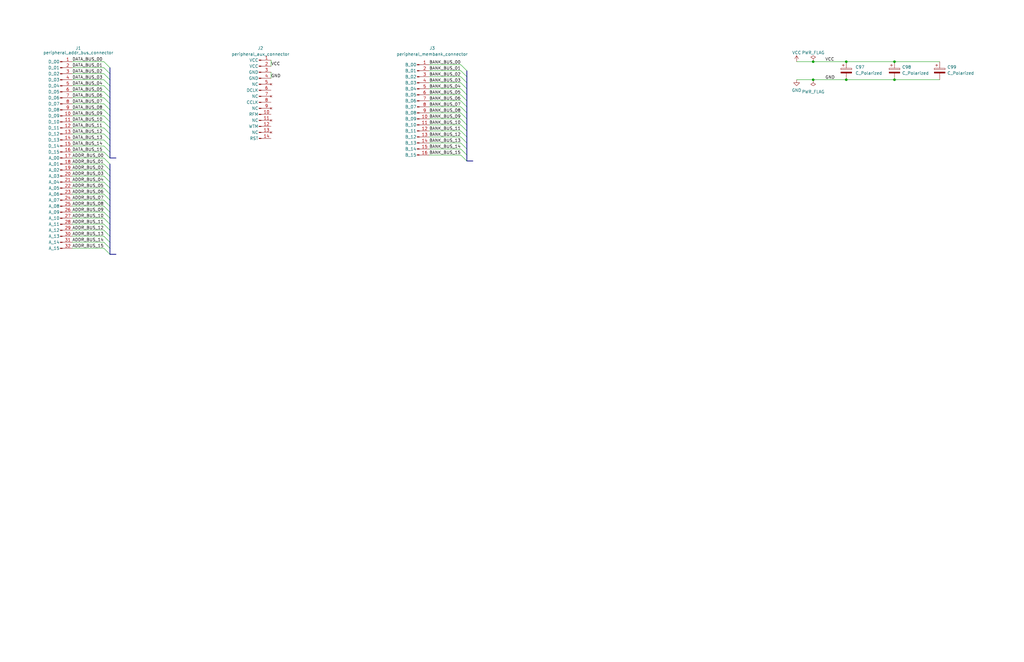
<source format=kicad_sch>
(kicad_sch (version 20230121) (generator eeschema)
  (paper "B")
  (lib_symbols
    (symbol "Device:C_Polarized" (pin_numbers hide) (pin_names (offset 0.254))
      (property "Reference" "C" (at 0.635 2.54 0))
      (property "Value" "C_Polarized" (at 0.635 -2.54 0))
      (symbol "C_Polarized_0_1"
        (rectangle (start -2.286 0.508) (end 2.286 1.016))
        (polyline (pts (xy -1.778 2.286) (xy -0.762 2.286)))
        (polyline (pts (xy -1.27 2.794) (xy -1.27 1.778)))
        (rectangle (start 2.286 -0.508) (end -2.286 -1.016) (fill (type outline)))
      )
      (symbol "C_Polarized_1_1"
        (pin passive line (at 0 3.81 270) (length 2.794) (name "~") (number "1"))
        (pin passive line (at 0 -3.81 90) (length 2.794) (name "~") (number "2"))
      )
    )
    (symbol "power:GND" (power) (pin_names (offset 0))
      (property "Value" "GND" (at 0 -3.81 0))
      (symbol "GND_0_1"
        (polyline (pts (xy 0 0) (xy 0 -1.27) (xy 1.27 -1.27) (xy 0 -2.54) (xy -1.27 -1.27) (xy 0 -1.27)))
      )
      (symbol "GND_1_1"
        (pin power_in line (at 0 0 270) (length 0) hide (name "GND") (number "1"))
      )
    )
    (symbol "power:PWR_FLAG" (power) (pin_numbers hide) (pin_names (offset 0) hide)
      (property "Value" "PWR_FLAG" (at 0 3.81 0))
      (symbol "PWR_FLAG_0_0"
        (pin power_out line (at 0 0 90) (length 0) (name "pwr") (number "1"))
      )
      (symbol "PWR_FLAG_0_1"
        (polyline (pts (xy 0 0) (xy 0 1.27) (xy -1.016 1.905) (xy 0 2.54) (xy 1.016 1.905) (xy 0 1.27)))
      )
    )
    (symbol "power:VCC" (power) (pin_names (offset 0))
      (property "Value" "VCC" (at 0 3.81 0))
      (symbol "VCC_0_1"
        (polyline (pts (xy -0.762 1.27) (xy 0 2.54)))
        (polyline (pts (xy 0 0) (xy 0 2.54)))
        (polyline (pts (xy 0 2.54) (xy 0.762 1.27)))
      )
      (symbol "VCC_1_1"
        (pin power_in line (at 0 0 90) (length 0) hide (name "VCC") (number "1"))
      )
    )
    (symbol "sixteen-bit-computer:peripheral_addr_bus_connector" (pin_names (offset 1.524))
      (property "Reference" "J" (at 0 40.64 0))
      (property "Value" "peripheral_addr_bus_connector" (at 0 -43.18 0))
      (symbol "peripheral_addr_bus_connector_1_1"
        (polyline (pts (xy 1.27 -40.64) (xy 0.8636 -40.64)) (stroke (width 0.1524)))
        (polyline (pts (xy 1.27 -38.1) (xy 0.8636 -38.1)) (stroke (width 0.1524)))
        (polyline (pts (xy 1.27 -35.56) (xy 0.8636 -35.56)) (stroke (width 0.1524)))
        (polyline (pts (xy 1.27 -33.02) (xy 0.8636 -33.02)) (stroke (width 0.1524)))
        (polyline (pts (xy 1.27 -30.48) (xy 0.8636 -30.48)) (stroke (width 0.1524)))
        (polyline (pts (xy 1.27 -27.94) (xy 0.8636 -27.94)) (stroke (width 0.1524)))
        (polyline (pts (xy 1.27 -25.4) (xy 0.8636 -25.4)) (stroke (width 0.1524)))
        (polyline (pts (xy 1.27 -22.86) (xy 0.8636 -22.86)) (stroke (width 0.1524)))
        (polyline (pts (xy 1.27 -20.32) (xy 0.8636 -20.32)) (stroke (width 0.1524)))
        (polyline (pts (xy 1.27 -17.78) (xy 0.8636 -17.78)) (stroke (width 0.1524)))
        (polyline (pts (xy 1.27 -15.24) (xy 0.8636 -15.24)) (stroke (width 0.1524)))
        (polyline (pts (xy 1.27 -12.7) (xy 0.8636 -12.7)) (stroke (width 0.1524)))
        (polyline (pts (xy 1.27 -10.16) (xy 0.8636 -10.16)) (stroke (width 0.1524)))
        (polyline (pts (xy 1.27 -7.62) (xy 0.8636 -7.62)) (stroke (width 0.1524)))
        (polyline (pts (xy 1.27 -5.08) (xy 0.8636 -5.08)) (stroke (width 0.1524)))
        (polyline (pts (xy 1.27 -2.54) (xy 0.8636 -2.54)) (stroke (width 0.1524)))
        (polyline (pts (xy 1.27 0) (xy 0.8636 0)) (stroke (width 0.1524)))
        (polyline (pts (xy 1.27 2.54) (xy 0.8636 2.54)) (stroke (width 0.1524)))
        (polyline (pts (xy 1.27 5.08) (xy 0.8636 5.08)) (stroke (width 0.1524)))
        (polyline (pts (xy 1.27 7.62) (xy 0.8636 7.62)) (stroke (width 0.1524)))
        (polyline (pts (xy 1.27 10.16) (xy 0.8636 10.16)) (stroke (width 0.1524)))
        (polyline (pts (xy 1.27 12.7) (xy 0.8636 12.7)) (stroke (width 0.1524)))
        (polyline (pts (xy 1.27 15.24) (xy 0.8636 15.24)) (stroke (width 0.1524)))
        (polyline (pts (xy 1.27 17.78) (xy 0.8636 17.78)) (stroke (width 0.1524)))
        (polyline (pts (xy 1.27 20.32) (xy 0.8636 20.32)) (stroke (width 0.1524)))
        (polyline (pts (xy 1.27 22.86) (xy 0.8636 22.86)) (stroke (width 0.1524)))
        (polyline (pts (xy 1.27 25.4) (xy 0.8636 25.4)) (stroke (width 0.1524)))
        (polyline (pts (xy 1.27 27.94) (xy 0.8636 27.94)) (stroke (width 0.1524)))
        (polyline (pts (xy 1.27 30.48) (xy 0.8636 30.48)) (stroke (width 0.1524)))
        (polyline (pts (xy 1.27 33.02) (xy 0.8636 33.02)) (stroke (width 0.1524)))
        (polyline (pts (xy 1.27 35.56) (xy 0.8636 35.56)) (stroke (width 0.1524)))
        (polyline (pts (xy 1.27 38.1) (xy 0.8636 38.1)) (stroke (width 0.1524)))
        (rectangle (start 0 38.227) (end 0.8636 37.973) (stroke (width 0.1524)) (fill (type outline)))
        (rectangle (start 0.8636 -40.513) (end 0 -40.767) (stroke (width 0.1524)) (fill (type outline)))
        (rectangle (start 0.8636 -37.973) (end 0 -38.227) (stroke (width 0.1524)) (fill (type outline)))
        (rectangle (start 0.8636 -35.433) (end 0 -35.687) (stroke (width 0.1524)) (fill (type outline)))
        (rectangle (start 0.8636 -32.893) (end 0 -33.147) (stroke (width 0.1524)) (fill (type outline)))
        (rectangle (start 0.8636 -30.353) (end 0 -30.607) (stroke (width 0.1524)) (fill (type outline)))
        (rectangle (start 0.8636 -27.813) (end 0 -28.067) (stroke (width 0.1524)) (fill (type outline)))
        (rectangle (start 0.8636 -25.273) (end 0 -25.527) (stroke (width 0.1524)) (fill (type outline)))
        (rectangle (start 0.8636 -22.733) (end 0 -22.987) (stroke (width 0.1524)) (fill (type outline)))
        (rectangle (start 0.8636 -20.193) (end 0 -20.447) (stroke (width 0.1524)) (fill (type outline)))
        (rectangle (start 0.8636 -17.653) (end 0 -17.907) (stroke (width 0.1524)) (fill (type outline)))
        (rectangle (start 0.8636 -15.113) (end 0 -15.367) (stroke (width 0.1524)) (fill (type outline)))
        (rectangle (start 0.8636 -12.573) (end 0 -12.827) (stroke (width 0.1524)) (fill (type outline)))
        (rectangle (start 0.8636 -10.033) (end 0 -10.287) (stroke (width 0.1524)) (fill (type outline)))
        (rectangle (start 0.8636 -7.493) (end 0 -7.747) (stroke (width 0.1524)) (fill (type outline)))
        (rectangle (start 0.8636 -4.953) (end 0 -5.207) (stroke (width 0.1524)) (fill (type outline)))
        (rectangle (start 0.8636 -2.413) (end 0 -2.667) (stroke (width 0.1524)) (fill (type outline)))
        (rectangle (start 0.8636 0.127) (end 0 -0.127) (stroke (width 0.1524)) (fill (type outline)))
        (rectangle (start 0.8636 2.667) (end 0 2.413) (stroke (width 0.1524)) (fill (type outline)))
        (rectangle (start 0.8636 5.207) (end 0 4.953) (stroke (width 0.1524)) (fill (type outline)))
        (rectangle (start 0.8636 7.747) (end 0 7.493) (stroke (width 0.1524)) (fill (type outline)))
        (rectangle (start 0.8636 10.287) (end 0 10.033) (stroke (width 0.1524)) (fill (type outline)))
        (rectangle (start 0.8636 12.827) (end 0 12.573) (stroke (width 0.1524)) (fill (type outline)))
        (rectangle (start 0.8636 15.367) (end 0 15.113) (stroke (width 0.1524)) (fill (type outline)))
        (rectangle (start 0.8636 17.907) (end 0 17.653) (stroke (width 0.1524)) (fill (type outline)))
        (rectangle (start 0.8636 20.447) (end 0 20.193) (stroke (width 0.1524)) (fill (type outline)))
        (rectangle (start 0.8636 22.987) (end 0 22.733) (stroke (width 0.1524)) (fill (type outline)))
        (rectangle (start 0.8636 25.527) (end 0 25.273) (stroke (width 0.1524)) (fill (type outline)))
        (rectangle (start 0.8636 28.067) (end 0 27.813) (stroke (width 0.1524)) (fill (type outline)))
        (rectangle (start 0.8636 30.607) (end 0 30.353) (stroke (width 0.1524)) (fill (type outline)))
        (rectangle (start 0.8636 33.147) (end 0 32.893) (stroke (width 0.1524)) (fill (type outline)))
        (rectangle (start 0.8636 35.687) (end 0 35.433) (stroke (width 0.1524)) (fill (type outline)))
        (pin passive line (at 5.08 38.1 180) (length 3.81) (name "D_00") (number "1"))
        (pin passive line (at 5.08 15.24 180) (length 3.81) (name "D_09") (number "10"))
        (pin passive line (at 5.08 12.7 180) (length 3.81) (name "D_10") (number "11"))
        (pin passive line (at 5.08 10.16 180) (length 3.81) (name "D_11") (number "12"))
        (pin passive line (at 5.08 7.62 180) (length 3.81) (name "D_12") (number "13"))
        (pin passive line (at 5.08 5.08 180) (length 3.81) (name "D_13") (number "14"))
        (pin passive line (at 5.08 2.54 180) (length 3.81) (name "D_14") (number "15"))
        (pin passive line (at 5.08 0 180) (length 3.81) (name "D_15") (number "16"))
        (pin passive line (at 5.08 -2.54 180) (length 3.81) (name "A_00") (number "17"))
        (pin passive line (at 5.08 -5.08 180) (length 3.81) (name "A_01") (number "18"))
        (pin passive line (at 5.08 -7.62 180) (length 3.81) (name "A_02") (number "19"))
        (pin passive line (at 5.08 35.56 180) (length 3.81) (name "D_01") (number "2"))
        (pin passive line (at 5.08 -10.16 180) (length 3.81) (name "A_03") (number "20"))
        (pin passive line (at 5.08 -12.7 180) (length 3.81) (name "A_04") (number "21"))
        (pin passive line (at 5.08 -15.24 180) (length 3.81) (name "A_05") (number "22"))
        (pin passive line (at 5.08 -17.78 180) (length 3.81) (name "A_06") (number "23"))
        (pin passive line (at 5.08 -20.32 180) (length 3.81) (name "A_07") (number "24"))
        (pin passive line (at 5.08 -22.86 180) (length 3.81) (name "A_08") (number "25"))
        (pin passive line (at 5.08 -25.4 180) (length 3.81) (name "A_09") (number "26"))
        (pin passive line (at 5.08 -27.94 180) (length 3.81) (name "A_10") (number "27"))
        (pin passive line (at 5.08 -30.48 180) (length 3.81) (name "A_11") (number "28"))
        (pin passive line (at 5.08 -33.02 180) (length 3.81) (name "A_12") (number "29"))
        (pin passive line (at 5.08 33.02 180) (length 3.81) (name "D_02") (number "3"))
        (pin passive line (at 5.08 -35.56 180) (length 3.81) (name "A_13") (number "30"))
        (pin passive line (at 5.08 -38.1 180) (length 3.81) (name "A_14") (number "31"))
        (pin passive line (at 5.08 -40.64 180) (length 3.81) (name "A_15") (number "32"))
        (pin passive line (at 5.08 30.48 180) (length 3.81) (name "D_03") (number "4"))
        (pin passive line (at 5.08 27.94 180) (length 3.81) (name "D_04") (number "5"))
        (pin passive line (at 5.08 25.4 180) (length 3.81) (name "D_05") (number "6"))
        (pin passive line (at 5.08 22.86 180) (length 3.81) (name "D_06") (number "7"))
        (pin passive line (at 5.08 20.32 180) (length 3.81) (name "D_07") (number "8"))
        (pin passive line (at 5.08 17.78 180) (length 3.81) (name "D_08") (number "9"))
      )
    )
    (symbol "sixteen-bit-computer:peripheral_aux_connector" (pin_names (offset 1.524))
      (property "Reference" "J" (at 0 17.78 0))
      (property "Value" "peripheral_aux_connector" (at 0 -20.32 0))
      (symbol "peripheral_aux_connector_1_1"
        (polyline (pts (xy 1.27 -17.78) (xy 0.8636 -17.78)) (stroke (width 0.1524)))
        (polyline (pts (xy 1.27 -15.24) (xy 0.8636 -15.24)) (stroke (width 0.1524)))
        (polyline (pts (xy 1.27 -12.7) (xy 0.8636 -12.7)) (stroke (width 0.1524)))
        (polyline (pts (xy 1.27 -10.16) (xy 0.8636 -10.16)) (stroke (width 0.1524)))
        (polyline (pts (xy 1.27 -7.62) (xy 0.8636 -7.62)) (stroke (width 0.1524)))
        (polyline (pts (xy 1.27 -5.08) (xy 0.8636 -5.08)) (stroke (width 0.1524)))
        (polyline (pts (xy 1.27 -2.54) (xy 0.8636 -2.54)) (stroke (width 0.1524)))
        (polyline (pts (xy 1.27 0) (xy 0.8636 0)) (stroke (width 0.1524)))
        (polyline (pts (xy 1.27 2.54) (xy 0.8636 2.54)) (stroke (width 0.1524)))
        (polyline (pts (xy 1.27 5.08) (xy 0.8636 5.08)) (stroke (width 0.1524)))
        (polyline (pts (xy 1.27 7.62) (xy 0.8636 7.62)) (stroke (width 0.1524)))
        (polyline (pts (xy 1.27 10.16) (xy 0.8636 10.16)) (stroke (width 0.1524)))
        (polyline (pts (xy 1.27 12.7) (xy 0.8636 12.7)) (stroke (width 0.1524)))
        (polyline (pts (xy 1.27 15.24) (xy 0.8636 15.24)) (stroke (width 0.1524)))
        (rectangle (start 0.8636 -17.653) (end 0 -17.907) (stroke (width 0.1524)) (fill (type outline)))
        (rectangle (start 0.8636 -15.113) (end 0 -15.367) (stroke (width 0.1524)) (fill (type outline)))
        (rectangle (start 0.8636 -12.573) (end 0 -12.827) (stroke (width 0.1524)) (fill (type outline)))
        (rectangle (start 0.8636 -10.033) (end 0 -10.287) (stroke (width 0.1524)) (fill (type outline)))
        (rectangle (start 0.8636 -7.493) (end 0 -7.747) (stroke (width 0.1524)) (fill (type outline)))
        (rectangle (start 0.8636 -4.953) (end 0 -5.207) (stroke (width 0.1524)) (fill (type outline)))
        (rectangle (start 0.8636 -2.413) (end 0 -2.667) (stroke (width 0.1524)) (fill (type outline)))
        (rectangle (start 0.8636 0.127) (end 0 -0.127) (stroke (width 0.1524)) (fill (type outline)))
        (rectangle (start 0.8636 2.667) (end 0 2.413) (stroke (width 0.1524)) (fill (type outline)))
        (rectangle (start 0.8636 5.207) (end 0 4.953) (stroke (width 0.1524)) (fill (type outline)))
        (rectangle (start 0.8636 7.747) (end 0 7.493) (stroke (width 0.1524)) (fill (type outline)))
        (rectangle (start 0.8636 10.287) (end 0 10.033) (stroke (width 0.1524)) (fill (type outline)))
        (rectangle (start 0.8636 12.827) (end 0 12.573) (stroke (width 0.1524)) (fill (type outline)))
        (rectangle (start 0.8636 15.367) (end 0 15.113) (stroke (width 0.1524)) (fill (type outline)))
        (pin passive line (at 5.08 15.24 180) (length 3.81) (name "VCC") (number "1"))
        (pin passive line (at 5.08 -7.62 180) (length 3.81) (name "RFM") (number "10"))
        (pin no_connect line (at 5.08 -10.16 180) (length 3.81) (name "NC") (number "11"))
        (pin passive line (at 5.08 -12.7 180) (length 3.81) (name "WTM") (number "12"))
        (pin no_connect line (at 5.08 -15.24 180) (length 3.81) (name "NC") (number "13"))
        (pin passive line (at 5.08 -17.78 180) (length 3.81) (name "RST") (number "14"))
        (pin passive line (at 5.08 12.7 180) (length 3.81) (name "VCC") (number "2"))
        (pin passive line (at 5.08 10.16 180) (length 3.81) (name "GND") (number "3"))
        (pin passive line (at 5.08 7.62 180) (length 3.81) (name "GND") (number "4"))
        (pin no_connect line (at 5.08 5.08 180) (length 3.81) (name "NC") (number "5"))
        (pin passive line (at 5.08 2.54 180) (length 3.81) (name "DCLK") (number "6"))
        (pin no_connect line (at 5.08 0 180) (length 3.81) (name "NC") (number "7"))
        (pin passive line (at 5.08 -2.54 180) (length 3.81) (name "CCLK") (number "8"))
        (pin no_connect line (at 5.08 -5.08 180) (length 3.81) (name "NC") (number "9"))
      )
    )
    (symbol "sixteen-bit-computer:peripheral_membank_connector" (pin_names (offset 1.524))
      (property "Reference" "J" (at 0 20.32 0))
      (property "Value" "peripheral_membank_connector" (at 0 -22.86 0))
      (symbol "peripheral_membank_connector_1_1"
        (polyline (pts (xy 1.27 -20.32) (xy 0.8636 -20.32)) (stroke (width 0.1524)))
        (polyline (pts (xy 1.27 -17.78) (xy 0.8636 -17.78)) (stroke (width 0.1524)))
        (polyline (pts (xy 1.27 -15.24) (xy 0.8636 -15.24)) (stroke (width 0.1524)))
        (polyline (pts (xy 1.27 -12.7) (xy 0.8636 -12.7)) (stroke (width 0.1524)))
        (polyline (pts (xy 1.27 -10.16) (xy 0.8636 -10.16)) (stroke (width 0.1524)))
        (polyline (pts (xy 1.27 -7.62) (xy 0.8636 -7.62)) (stroke (width 0.1524)))
        (polyline (pts (xy 1.27 -5.08) (xy 0.8636 -5.08)) (stroke (width 0.1524)))
        (polyline (pts (xy 1.27 -2.54) (xy 0.8636 -2.54)) (stroke (width 0.1524)))
        (polyline (pts (xy 1.27 0) (xy 0.8636 0)) (stroke (width 0.1524)))
        (polyline (pts (xy 1.27 2.54) (xy 0.8636 2.54)) (stroke (width 0.1524)))
        (polyline (pts (xy 1.27 5.08) (xy 0.8636 5.08)) (stroke (width 0.1524)))
        (polyline (pts (xy 1.27 7.62) (xy 0.8636 7.62)) (stroke (width 0.1524)))
        (polyline (pts (xy 1.27 10.16) (xy 0.8636 10.16)) (stroke (width 0.1524)))
        (polyline (pts (xy 1.27 12.7) (xy 0.8636 12.7)) (stroke (width 0.1524)))
        (polyline (pts (xy 1.27 15.24) (xy 0.8636 15.24)) (stroke (width 0.1524)))
        (polyline (pts (xy 1.27 17.78) (xy 0.8636 17.78)) (stroke (width 0.1524)))
        (rectangle (start 0.8636 -20.193) (end 0 -20.447) (stroke (width 0.1524)) (fill (type outline)))
        (rectangle (start 0.8636 -17.653) (end 0 -17.907) (stroke (width 0.1524)) (fill (type outline)))
        (rectangle (start 0.8636 -15.113) (end 0 -15.367) (stroke (width 0.1524)) (fill (type outline)))
        (rectangle (start 0.8636 -12.573) (end 0 -12.827) (stroke (width 0.1524)) (fill (type outline)))
        (rectangle (start 0.8636 -10.033) (end 0 -10.287) (stroke (width 0.1524)) (fill (type outline)))
        (rectangle (start 0.8636 -7.493) (end 0 -7.747) (stroke (width 0.1524)) (fill (type outline)))
        (rectangle (start 0.8636 -4.953) (end 0 -5.207) (stroke (width 0.1524)) (fill (type outline)))
        (rectangle (start 0.8636 -2.413) (end 0 -2.667) (stroke (width 0.1524)) (fill (type outline)))
        (rectangle (start 0.8636 0.127) (end 0 -0.127) (stroke (width 0.1524)) (fill (type outline)))
        (rectangle (start 0.8636 2.667) (end 0 2.413) (stroke (width 0.1524)) (fill (type outline)))
        (rectangle (start 0.8636 5.207) (end 0 4.953) (stroke (width 0.1524)) (fill (type outline)))
        (rectangle (start 0.8636 7.747) (end 0 7.493) (stroke (width 0.1524)) (fill (type outline)))
        (rectangle (start 0.8636 10.287) (end 0 10.033) (stroke (width 0.1524)) (fill (type outline)))
        (rectangle (start 0.8636 12.827) (end 0 12.573) (stroke (width 0.1524)) (fill (type outline)))
        (rectangle (start 0.8636 15.367) (end 0 15.113) (stroke (width 0.1524)) (fill (type outline)))
        (rectangle (start 0.8636 17.907) (end 0 17.653) (stroke (width 0.1524)) (fill (type outline)))
        (pin passive line (at 5.08 17.78 180) (length 3.81) (name "B_00") (number "1"))
        (pin passive line (at 5.08 -5.08 180) (length 3.81) (name "B_09") (number "10"))
        (pin passive line (at 5.08 -7.62 180) (length 3.81) (name "B_10") (number "11"))
        (pin passive line (at 5.08 -10.16 180) (length 3.81) (name "B_11") (number "12"))
        (pin passive line (at 5.08 -12.7 180) (length 3.81) (name "B_12") (number "13"))
        (pin passive line (at 5.08 -15.24 180) (length 3.81) (name "B_13") (number "14"))
        (pin passive line (at 5.08 -17.78 180) (length 3.81) (name "B_14") (number "15"))
        (pin passive line (at 5.08 -20.32 180) (length 3.81) (name "B_15") (number "16"))
        (pin passive line (at 5.08 15.24 180) (length 3.81) (name "B_01") (number "2"))
        (pin passive line (at 5.08 12.7 180) (length 3.81) (name "B_02") (number "3"))
        (pin passive line (at 5.08 10.16 180) (length 3.81) (name "B_03") (number "4"))
        (pin passive line (at 5.08 7.62 180) (length 3.81) (name "B_04") (number "5"))
        (pin passive line (at 5.08 5.08 180) (length 3.81) (name "B_05") (number "6"))
        (pin passive line (at 5.08 2.54 180) (length 3.81) (name "B_06") (number "7"))
        (pin passive line (at 5.08 0 180) (length 3.81) (name "B_07") (number "8"))
        (pin passive line (at 5.08 -2.54 180) (length 3.81) (name "B_08") (number "9"))
      )
    )
  )
  (bus_alias "DATA_BUS" (members "DATA_BUS_00" "DATA_BUS_01" "DATA_BUS_02" "DATA_BUS_03" "DATA_BUS_04" "DATA_BUS_05" "DATA_BUS_06" "DATA_BUS_07" "DATA_BUS_08" "DATA_BUS_09" "DATA_BUS_10" "DATA_BUS_11" "DATA_BUS_12" "DATA_BUS_13" "DATA_BUS_14" "DATA_BUS_15"))
  (bus_alias "ADDR_BUS" (members "ADDR_BUS_00" "ADDR_BUS_01" "ADDR_BUS_02" "ADDR_BUS_03" "ADDR_BUS_04" "ADDR_BUS_05" "ADDR_BUS_06" "ADDR_BUS_07" "ADDR_BUS_08" "ADDR_BUS_09" "ADDR_BUS_10" "ADDR_BUS_11" "ADDR_BUS_12" "ADDR_BUS_13" "ADDR_BUS_14" "ADDR_BUS_15"))
  (bus_alias "BANK_BUS" (members "BANK_BUS_00" "BANK_BUS_01" "BANK_BUS_02" "BANK_BUS_03" "BANK_BUS_04" "BANK_BUS_05" "BANK_BUS_06" "BANK_BUS_07" "BANK_BUS_08" "BANK_BUS_09" "BANK_BUS_10" "BANK_BUS_11" "BANK_BUS_12" "BANK_BUS_13" "BANK_BUS_14" "BANK_BUS_15"))
  (junction (at 377.19 33.655))
  (junction (at 356.87 26.035))
  (junction (at 377.19 26.035))
  (junction (at 342.9 33.655))
  (junction (at 356.87 33.655))
  (junction (at 342.9 26.035))
  (bus_entry (at 43.815 64.135) (size 2.54 2.54))
  (bus_entry (at 43.815 26.035) (size 2.54 2.54))
  (bus_entry (at 43.815 36.195) (size 2.54 2.54))
  (bus_entry (at 43.815 41.275) (size 2.54 2.54))
  (bus_entry (at 194.31 65.405) (size 2.54 2.54))
  (bus_entry (at 43.815 79.375) (size 2.54 2.54))
  (bus_entry (at 43.815 38.735) (size 2.54 2.54))
  (bus_entry (at 194.31 52.705) (size 2.54 2.54))
  (bus_entry (at 43.815 61.595) (size 2.54 2.54))
  (bus_entry (at 43.815 66.675) (size 2.54 2.54))
  (bus_entry (at 194.31 57.785) (size 2.54 2.54))
  (bus_entry (at 194.31 42.545) (size 2.54 2.54))
  (bus_entry (at 194.31 47.625) (size 2.54 2.54))
  (bus_entry (at 43.815 104.775) (size 2.54 2.54))
  (bus_entry (at 43.815 94.615) (size 2.54 2.54))
  (bus_entry (at 43.815 33.655) (size 2.54 2.54))
  (bus_entry (at 43.815 59.055) (size 2.54 2.54))
  (bus_entry (at 43.815 69.215) (size 2.54 2.54))
  (bus_entry (at 43.815 28.575) (size 2.54 2.54))
  (bus_entry (at 43.815 56.515) (size 2.54 2.54))
  (bus_entry (at 194.31 40.005) (size 2.54 2.54))
  (bus_entry (at 43.815 92.075) (size 2.54 2.54))
  (bus_entry (at 43.815 84.455) (size 2.54 2.54))
  (bus_entry (at 194.31 60.325) (size 2.54 2.54))
  (bus_entry (at 194.31 34.925) (size 2.54 2.54))
  (bus_entry (at 194.31 27.305) (size 2.54 2.54))
  (bus_entry (at 43.815 86.995) (size 2.54 2.54))
  (bus_entry (at 194.31 32.385) (size 2.54 2.54))
  (bus_entry (at 43.815 102.235) (size 2.54 2.54))
  (bus_entry (at 194.31 50.165) (size 2.54 2.54))
  (bus_entry (at 43.815 81.915) (size 2.54 2.54))
  (bus_entry (at 43.815 97.155) (size 2.54 2.54))
  (bus_entry (at 43.815 76.835) (size 2.54 2.54))
  (bus_entry (at 194.31 55.245) (size 2.54 2.54))
  (bus_entry (at 43.815 43.815) (size 2.54 2.54))
  (bus_entry (at 43.815 71.755) (size 2.54 2.54))
  (bus_entry (at 43.815 48.895) (size 2.54 2.54))
  (bus_entry (at 194.31 45.085) (size 2.54 2.54))
  (bus_entry (at 194.31 29.845) (size 2.54 2.54))
  (bus_entry (at 194.31 62.865) (size 2.54 2.54))
  (bus_entry (at 43.815 53.975) (size 2.54 2.54))
  (bus_entry (at 43.815 99.695) (size 2.54 2.54))
  (bus_entry (at 194.31 37.465) (size 2.54 2.54))
  (bus_entry (at 43.815 74.295) (size 2.54 2.54))
  (bus_entry (at 43.815 89.535) (size 2.54 2.54))
  (bus_entry (at 43.815 51.435) (size 2.54 2.54))
  (bus_entry (at 43.815 31.115) (size 2.54 2.54))
  (bus_entry (at 43.815 46.355) (size 2.54 2.54))
  (bus (pts (xy 46.355 64.135) (xy 46.355 66.675)))
  (wire (pts (xy 180.975 50.165) (xy 194.31 50.165)))
  (bus (pts (xy 46.355 84.455) (xy 46.355 86.995)))
  (bus (pts (xy 196.85 45.085) (xy 196.85 47.625)))
  (bus (pts (xy 196.85 67.945) (xy 199.39 67.945)))
  (wire (pts (xy 180.975 32.385) (xy 194.31 32.385)))
  (wire (pts (xy 30.48 38.735) (xy 43.815 38.735)))
  (wire (pts (xy 114.3 25.4) (xy 114.3 27.94)))
  (bus (pts (xy 46.355 69.215) (xy 46.355 71.755)))
  (wire (pts (xy 30.48 84.455) (xy 43.815 84.455)))
  (wire (pts (xy 30.48 51.435) (xy 43.815 51.435)))
  (wire (pts (xy 180.975 55.245) (xy 194.31 55.245)))
  (wire (pts (xy 30.48 86.995) (xy 43.815 86.995)))
  (bus (pts (xy 46.355 81.915) (xy 46.355 84.455)))
  (bus (pts (xy 196.85 60.325) (xy 196.85 62.865)))
  (bus (pts (xy 196.85 57.785) (xy 196.85 60.325)))
  (bus (pts (xy 196.85 62.865) (xy 196.85 65.405)))
  (wire (pts (xy 180.975 52.705) (xy 194.31 52.705)))
  (wire (pts (xy 30.48 46.355) (xy 43.815 46.355)))
  (wire (pts (xy 377.19 33.655) (xy 396.24 33.655)))
  (wire (pts (xy 30.48 71.755) (xy 43.815 71.755)))
  (bus (pts (xy 196.85 32.385) (xy 196.85 34.925)))
  (wire (pts (xy 335.915 26.035) (xy 342.9 26.035)))
  (wire (pts (xy 30.48 102.235) (xy 43.815 102.235)))
  (wire (pts (xy 377.19 26.035) (xy 396.24 26.035)))
  (wire (pts (xy 30.48 92.075) (xy 43.815 92.075)))
  (wire (pts (xy 180.975 34.925) (xy 194.31 34.925)))
  (wire (pts (xy 30.48 97.155) (xy 43.815 97.155)))
  (wire (pts (xy 30.48 53.975) (xy 43.815 53.975)))
  (wire (pts (xy 180.975 27.305) (xy 194.31 27.305)))
  (bus (pts (xy 46.355 43.815) (xy 46.355 46.355)))
  (bus (pts (xy 196.85 55.245) (xy 196.85 57.785)))
  (bus (pts (xy 46.355 48.895) (xy 46.355 51.435)))
  (bus (pts (xy 46.355 38.735) (xy 46.355 41.275)))
  (wire (pts (xy 30.48 26.035) (xy 43.815 26.035)))
  (wire (pts (xy 180.975 57.785) (xy 194.31 57.785)))
  (bus (pts (xy 196.85 42.545) (xy 196.85 45.085)))
  (wire (pts (xy 180.975 45.085) (xy 194.31 45.085)))
  (bus (pts (xy 46.355 71.755) (xy 46.355 74.295)))
  (wire (pts (xy 30.48 28.575) (xy 43.815 28.575)))
  (wire (pts (xy 30.48 74.295) (xy 43.815 74.295)))
  (bus (pts (xy 46.355 86.995) (xy 46.355 89.535)))
  (wire (pts (xy 30.48 79.375) (xy 43.815 79.375)))
  (bus (pts (xy 46.355 53.975) (xy 46.355 56.515)))
  (wire (pts (xy 30.48 64.135) (xy 43.815 64.135)))
  (bus (pts (xy 46.355 31.115) (xy 46.355 33.655)))
  (wire (pts (xy 342.9 33.655) (xy 356.87 33.655)))
  (wire (pts (xy 30.48 66.675) (xy 43.815 66.675)))
  (wire (pts (xy 30.48 59.055) (xy 43.815 59.055)))
  (wire (pts (xy 342.9 26.035) (xy 356.87 26.035)))
  (wire (pts (xy 30.48 31.115) (xy 43.815 31.115)))
  (bus (pts (xy 196.85 29.845) (xy 196.85 32.385)))
  (bus (pts (xy 196.85 47.625) (xy 196.85 50.165)))
  (wire (pts (xy 114.3 30.48) (xy 114.3 33.02)))
  (bus (pts (xy 46.355 28.575) (xy 46.355 31.115)))
  (wire (pts (xy 30.48 69.215) (xy 43.815 69.215)))
  (bus (pts (xy 46.355 107.315) (xy 48.895 107.315)))
  (bus (pts (xy 46.355 94.615) (xy 46.355 97.155)))
  (bus (pts (xy 46.355 104.775) (xy 46.355 107.315)))
  (bus (pts (xy 46.355 56.515) (xy 46.355 59.055)))
  (wire (pts (xy 30.48 48.895) (xy 43.815 48.895)))
  (bus (pts (xy 196.85 34.925) (xy 196.85 37.465)))
  (bus (pts (xy 46.355 92.075) (xy 46.355 94.615)))
  (bus (pts (xy 46.355 41.275) (xy 46.355 43.815)))
  (bus (pts (xy 46.355 74.295) (xy 46.355 76.835)))
  (bus (pts (xy 46.355 59.055) (xy 46.355 61.595)))
  (wire (pts (xy 30.48 99.695) (xy 43.815 99.695)))
  (wire (pts (xy 180.975 42.545) (xy 194.31 42.545)))
  (wire (pts (xy 356.87 26.035) (xy 377.19 26.035)))
  (wire (pts (xy 30.48 56.515) (xy 43.815 56.515)))
  (bus (pts (xy 46.355 51.435) (xy 46.355 53.975)))
  (bus (pts (xy 196.85 40.005) (xy 196.85 42.545)))
  (wire (pts (xy 30.48 76.835) (xy 43.815 76.835)))
  (wire (pts (xy 30.48 61.595) (xy 43.815 61.595)))
  (wire (pts (xy 30.48 36.195) (xy 43.815 36.195)))
  (wire (pts (xy 30.48 94.615) (xy 43.815 94.615)))
  (bus (pts (xy 196.85 65.405) (xy 196.85 67.945)))
  (bus (pts (xy 46.355 102.235) (xy 46.355 104.775)))
  (wire (pts (xy 180.975 62.865) (xy 194.31 62.865)))
  (wire (pts (xy 30.48 104.775) (xy 43.815 104.775)))
  (wire (pts (xy 180.975 60.325) (xy 194.31 60.325)))
  (bus (pts (xy 46.355 99.695) (xy 46.355 102.235)))
  (wire (pts (xy 356.87 33.655) (xy 377.19 33.655)))
  (bus (pts (xy 46.355 46.355) (xy 46.355 48.895)))
  (bus (pts (xy 46.355 66.675) (xy 48.895 66.675)))
  (wire (pts (xy 30.48 43.815) (xy 43.815 43.815)))
  (wire (pts (xy 180.975 40.005) (xy 194.31 40.005)))
  (bus (pts (xy 46.355 61.595) (xy 46.355 64.135)))
  (wire (pts (xy 30.48 89.535) (xy 43.815 89.535)))
  (wire (pts (xy 180.975 37.465) (xy 194.31 37.465)))
  (wire (pts (xy 180.975 29.845) (xy 194.31 29.845)))
  (bus (pts (xy 46.355 76.835) (xy 46.355 79.375)))
  (wire (pts (xy 30.48 33.655) (xy 43.815 33.655)))
  (wire (pts (xy 180.975 47.625) (xy 194.31 47.625)))
  (bus (pts (xy 196.85 52.705) (xy 196.85 55.245)))
  (wire (pts (xy 30.48 81.915) (xy 43.815 81.915)))
  (bus (pts (xy 46.355 97.155) (xy 46.355 99.695)))
  (bus (pts (xy 46.355 89.535) (xy 46.355 92.075)))
  (wire (pts (xy 30.48 41.275) (xy 43.815 41.275)))
  (wire (pts (xy 335.915 33.655) (xy 342.9 33.655)))
  (bus (pts (xy 46.355 79.375) (xy 46.355 81.915)))
  (bus (pts (xy 196.85 50.165) (xy 196.85 52.705)))
  (wire (pts (xy 180.975 65.405) (xy 194.31 65.405)))
  (bus (pts (xy 46.355 36.195) (xy 46.355 38.735)))
  (bus (pts (xy 46.355 33.655) (xy 46.355 36.195)))
  (bus (pts (xy 196.85 37.465) (xy 196.85 40.005)))
  (label "BANK_BUS_11" (at 180.975 55.245 0))
  (label "BANK_BUS_00" (at 180.975 27.305 0))
  (label "ADDR_BUS_08" (at 30.48 86.995 0))
  (label "BANK_BUS_09" (at 180.975 50.165 0))
  (label "BANK_BUS_04" (at 180.975 37.465 0))
  (label "DATA_BUS_00" (at 30.48 26.035 0))
  (label "ADDR_BUS_03" (at 30.48 74.295 0))
  (label "BANK_BUS_15" (at 180.975 65.405 0))
  (label "DATA_BUS_06" (at 30.48 41.275 0))
  (label "DATA_BUS_02" (at 30.48 31.115 0))
  (label "DATA_BUS_03" (at 30.48 33.655 0))
  (label "ADDR_BUS_07" (at 30.48 84.455 0))
  (label "DATA_BUS_04" (at 30.48 36.195 0))
  (label "ADDR_BUS_15" (at 30.48 104.775 0))
  (label "BANK_BUS_07" (at 180.975 45.085 0))
  (label "DATA_BUS_13" (at 30.48 59.055 0))
  (label "DATA_BUS_09" (at 30.48 48.895 0))
  (label "BANK_BUS_10" (at 180.975 52.705 0))
  (label "BANK_BUS_05" (at 180.975 40.005 0))
  (label "DATA_BUS_10" (at 30.48 51.435 0))
  (label "BANK_BUS_06" (at 180.975 42.545 0))
  (label "DATA_BUS_08" (at 30.48 46.355 0))
  (label "VCC" (at 347.98 26.035 0))
  (label "BANK_BUS_14" (at 180.975 62.865 0))
  (label "DATA_BUS_01" (at 30.48 28.575 0))
  (label "ADDR_BUS_00" (at 30.48 66.675 0))
  (label "BANK_BUS_12" (at 180.975 57.785 0))
  (label "DATA_BUS_12" (at 30.48 56.515 0))
  (label "ADDR_BUS_02" (at 30.48 71.755 0))
  (label "ADDR_BUS_13" (at 30.48 99.695 0))
  (label "BANK_BUS_08" (at 180.975 47.625 0))
  (label "ADDR_BUS_11" (at 30.48 94.615 0))
  (label "BANK_BUS_02" (at 180.975 32.385 0))
  (label "GND" (at 347.98 33.655 0))
  (label "BANK_BUS_01" (at 180.975 29.845 0))
  (label "ADDR_BUS_12" (at 30.48 97.155 0))
  (label "ADDR_BUS_06" (at 30.48 81.915 0))
  (label "DATA_BUS_11" (at 30.48 53.975 0))
  (label "DATA_BUS_05" (at 30.48 38.735 0))
  (label "BANK_BUS_03" (at 180.975 34.925 0))
  (label "ADDR_BUS_10" (at 30.48 92.075 0))
  (label "BANK_BUS_13" (at 180.975 60.325 0))
  (label "ADDR_BUS_14" (at 30.48 102.235 0))
  (label "ADDR_BUS_09" (at 30.48 89.535 0))
  (label "ADDR_BUS_05" (at 30.48 79.375 0))
  (label "VCC" (at 114.3 27.94 0))
  (label "DATA_BUS_14" (at 30.48 61.595 0))
  (label "ADDR_BUS_04" (at 30.48 76.835 0))
  (label "DATA_BUS_15" (at 30.48 64.135 0))
  (label "GND" (at 114.3 33.02 0))
  (label "DATA_BUS_07" (at 30.48 43.815 0))
  (label "ADDR_BUS_01" (at 30.48 69.215 0))
  (symbol (lib_id "Device:C_Polarized") (at 356.87 29.845 0) (unit 1)
    (property "Reference" "C97" (at 360.68 28.321 0) (effects (justify left)))
    (property "Value" "C_Polarized" (at 360.68 30.861 0) (effects (justify left)))
    (property "Footprint" "Capacitor_THT:CP_Radial_D6.3mm_P2.50mm" (effects hide))
  )
  (symbol (lib_id "Device:C_Polarized") (at 396.24 29.845 0) (unit 1)
    (property "Reference" "C99" (at 399.415 28.321 0) (effects (justify left)))
    (property "Value" "C_Polarized" (at 399.415 30.861 0) (effects (justify left)))
    (property "Footprint" "Capacitor_THT:CP_Radial_D6.3mm_P2.50mm" (effects hide))
  )
  (symbol (lib_id "sixteen-bit-computer:peripheral_membank_connector") (at 175.895 45.085 0) (unit 1)
    (property "Reference" "J3" (at 182.245 20.32 0))
    (property "Value" "peripheral_membank_connector" (at 182.245 22.86 0))
    (property "Footprint" "sixteen-bit-computer:peripheral-backplane-membank" (effects hide))
  )
  (symbol (lib_id "power:PWR_FLAG") (at 342.9 33.655 180) (unit 1)
    (property "Reference" "#FLG02" (effects hide))
    (property "Value" "PWR_FLAG" (at 342.9 38.735 0))
  )
  (symbol (lib_id "power:PWR_FLAG") (at 342.9 26.035 0) (unit 1)
    (property "Reference" "#FLG01" (effects hide))
    (property "Value" "PWR_FLAG" (at 342.9 22.225 0))
  )
  (symbol (lib_id "sixteen-bit-computer:peripheral_aux_connector") (at 109.22 40.64 0) (unit 1)
    (property "Reference" "J2" (at 109.855 20.32 0))
    (property "Value" "peripheral_aux_connector" (at 109.855 22.86 0))
    (property "Footprint" "sixteen-bit-computer:peripheral-backplane-aux" (effects hide))
  )
  (symbol (lib_id "power:GND") (at 335.915 33.655 0) (unit 1)
    (property "Reference" "#PWR02" (effects hide))
    (property "Value" "GND" (at 335.915 38.1 0))
  )
  (symbol (lib_id "sixteen-bit-computer:peripheral_addr_bus_connector") (at 25.4 64.135 0) (unit 1)
    (property "Reference" "J1" (at 33.02 20.32 0))
    (property "Value" "peripheral_addr_bus_connector" (at 33.02 22.225 0))
    (property "Footprint" "sixteen-bit-computer:peripheral-backplane-data-addr-anno" (effects hide))
  )
  (symbol (lib_id "power:VCC") (at 335.915 26.035 0) (unit 1)
    (property "Reference" "#PWR01" (effects hide))
    (property "Value" "VCC" (at 335.915 22.225 0))
  )
  (symbol (lib_id "Device:C_Polarized") (at 377.19 29.845 0) (unit 1)
    (property "Reference" "C98" (at 380.365 28.321 0) (effects (justify left)))
    (property "Value" "C_Polarized" (at 380.365 30.861 0) (effects (justify left)))
    (property "Footprint" "Capacitor_THT:CP_Radial_D6.3mm_P2.50mm" (effects hide))
  )
)
</source>
